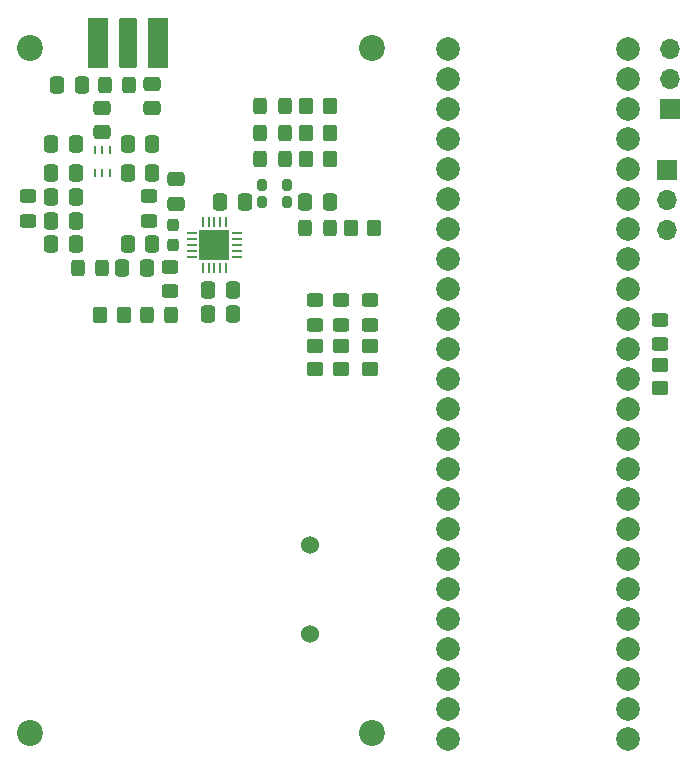
<source format=gbr>
%TF.GenerationSoftware,KiCad,Pcbnew,8.0.2-1*%
%TF.CreationDate,2024-12-19T12:34:36-05:00*%
%TF.ProjectId,low_power_module,6c6f775f-706f-4776-9572-5f6d6f64756c,rev?*%
%TF.SameCoordinates,Original*%
%TF.FileFunction,Soldermask,Top*%
%TF.FilePolarity,Negative*%
%FSLAX46Y46*%
G04 Gerber Fmt 4.6, Leading zero omitted, Abs format (unit mm)*
G04 Created by KiCad (PCBNEW 8.0.2-1) date 2024-12-19 12:34:36*
%MOMM*%
%LPD*%
G01*
G04 APERTURE LIST*
G04 Aperture macros list*
%AMRoundRect*
0 Rectangle with rounded corners*
0 $1 Rounding radius*
0 $2 $3 $4 $5 $6 $7 $8 $9 X,Y pos of 4 corners*
0 Add a 4 corners polygon primitive as box body*
4,1,4,$2,$3,$4,$5,$6,$7,$8,$9,$2,$3,0*
0 Add four circle primitives for the rounded corners*
1,1,$1+$1,$2,$3*
1,1,$1+$1,$4,$5*
1,1,$1+$1,$6,$7*
1,1,$1+$1,$8,$9*
0 Add four rect primitives between the rounded corners*
20,1,$1+$1,$2,$3,$4,$5,0*
20,1,$1+$1,$4,$5,$6,$7,0*
20,1,$1+$1,$6,$7,$8,$9,0*
20,1,$1+$1,$8,$9,$2,$3,0*%
G04 Aperture macros list end*
%ADD10C,2.200000*%
%ADD11RoundRect,0.250000X0.337500X0.475000X-0.337500X0.475000X-0.337500X-0.475000X0.337500X-0.475000X0*%
%ADD12C,1.524000*%
%ADD13RoundRect,0.062500X0.062500X-0.262500X0.062500X0.262500X-0.062500X0.262500X-0.062500X-0.262500X0*%
%ADD14RoundRect,0.250000X0.450000X-0.325000X0.450000X0.325000X-0.450000X0.325000X-0.450000X-0.325000X0*%
%ADD15RoundRect,0.250000X-0.350000X-0.450000X0.350000X-0.450000X0.350000X0.450000X-0.350000X0.450000X0*%
%ADD16RoundRect,0.250000X-0.325000X-0.450000X0.325000X-0.450000X0.325000X0.450000X-0.325000X0.450000X0*%
%ADD17RoundRect,0.250000X-0.337500X-0.475000X0.337500X-0.475000X0.337500X0.475000X-0.337500X0.475000X0*%
%ADD18RoundRect,0.062500X-0.362500X-0.062500X0.362500X-0.062500X0.362500X0.062500X-0.362500X0.062500X0*%
%ADD19RoundRect,0.062500X-0.062500X-0.362500X0.062500X-0.362500X0.062500X0.362500X-0.062500X0.362500X0*%
%ADD20R,2.600000X2.600000*%
%ADD21RoundRect,0.250000X0.325000X0.450000X-0.325000X0.450000X-0.325000X-0.450000X0.325000X-0.450000X0*%
%ADD22RoundRect,0.250000X-0.450000X0.350000X-0.450000X-0.350000X0.450000X-0.350000X0.450000X0.350000X0*%
%ADD23R,1.700000X1.700000*%
%ADD24O,1.700000X1.700000*%
%ADD25C,2.000000*%
%ADD26RoundRect,0.250000X-0.475000X0.337500X-0.475000X-0.337500X0.475000X-0.337500X0.475000X0.337500X0*%
%ADD27RoundRect,0.250000X-0.450000X0.325000X-0.450000X-0.325000X0.450000X-0.325000X0.450000X0.325000X0*%
%ADD28RoundRect,0.250000X0.475000X-0.337500X0.475000X0.337500X-0.475000X0.337500X-0.475000X-0.337500X0*%
%ADD29RoundRect,0.237500X0.237500X-0.287500X0.237500X0.287500X-0.237500X0.287500X-0.237500X-0.287500X0*%
%ADD30RoundRect,0.200000X0.200000X0.300000X-0.200000X0.300000X-0.200000X-0.300000X0.200000X-0.300000X0*%
%ADD31RoundRect,0.101600X-0.635000X-2.032000X0.635000X-2.032000X0.635000X2.032000X-0.635000X2.032000X0*%
%ADD32RoundRect,0.101600X-0.762000X-2.032000X0.762000X-2.032000X0.762000X2.032000X-0.762000X2.032000X0*%
%ADD33RoundRect,0.250000X0.350000X0.450000X-0.350000X0.450000X-0.350000X-0.450000X0.350000X-0.450000X0*%
G04 APERTURE END LIST*
D10*
%TO.C,H3*%
X111300000Y-126150000D03*
%TD*%
D11*
%TO.C,CM2*%
X115700000Y-71250000D03*
X113625000Y-71250000D03*
%TD*%
D12*
%TO.C,BZ1*%
X135000000Y-117750000D03*
X135000000Y-110250000D03*
%TD*%
D13*
%TO.C,RFS1*%
X116800000Y-78750000D03*
X117450000Y-78750000D03*
X118100000Y-78750000D03*
X118100000Y-76750000D03*
X117450000Y-76750000D03*
X116800000Y-76750000D03*
%TD*%
D10*
%TO.C,H2*%
X140300000Y-68150000D03*
%TD*%
D11*
%TO.C,CB2*%
X121700000Y-78750000D03*
X119625000Y-78750000D03*
%TD*%
D14*
%TO.C,LM1*%
X111200000Y-82750000D03*
X111200000Y-80700000D03*
%TD*%
D15*
%TO.C,R8*%
X134700000Y-77550000D03*
X136700000Y-77550000D03*
%TD*%
D16*
%TO.C,CS1*%
X134650000Y-83350000D03*
X136700000Y-83350000D03*
%TD*%
D15*
%TO.C,R3*%
X138500000Y-83350000D03*
X140500000Y-83350000D03*
%TD*%
D17*
%TO.C,CM4*%
X113125000Y-84750000D03*
X115200000Y-84750000D03*
%TD*%
D18*
%TO.C,U1*%
X125025000Y-83825000D03*
X125025000Y-84325000D03*
X125025000Y-84825000D03*
X125025000Y-85325000D03*
X125025000Y-85825000D03*
D19*
X125950000Y-86750000D03*
X126450000Y-86750000D03*
X126950000Y-86750000D03*
X127450000Y-86750000D03*
X127950000Y-86750000D03*
D18*
X128875000Y-85825000D03*
X128875000Y-85325000D03*
X128875000Y-84825000D03*
X128875000Y-84325000D03*
X128875000Y-83825000D03*
D19*
X127950000Y-82900000D03*
X127450000Y-82900000D03*
X126950000Y-82900000D03*
X126450000Y-82900000D03*
X125950000Y-82900000D03*
D20*
X126950000Y-84825000D03*
%TD*%
D21*
%TO.C,VCC1*%
X123300000Y-90750000D03*
X121250000Y-90750000D03*
%TD*%
D22*
%TO.C,R7*%
X135500000Y-93350000D03*
X135500000Y-95350000D03*
%TD*%
%TO.C,R9*%
X164700000Y-94950000D03*
X164700000Y-96950000D03*
%TD*%
D11*
%TO.C,CD1*%
X128500000Y-88650000D03*
X126425000Y-88650000D03*
%TD*%
D16*
%TO.C,GPIO3*%
X130850000Y-77550000D03*
X132900000Y-77550000D03*
%TD*%
D11*
%TO.C,CD0*%
X128500000Y-90650000D03*
X126425000Y-90650000D03*
%TD*%
D22*
%TO.C,R4*%
X140100000Y-93350000D03*
X140100000Y-95350000D03*
%TD*%
%TO.C,R2*%
X137700000Y-93350000D03*
X137700000Y-95350000D03*
%TD*%
D23*
%TO.C,J3*%
X165300000Y-78470000D03*
D24*
X165300000Y-81010000D03*
X165300000Y-83550000D03*
%TD*%
D15*
%TO.C,R5*%
X134700000Y-73050000D03*
X136700000Y-73050000D03*
%TD*%
D17*
%TO.C,CB0*%
X127425000Y-81150000D03*
X129500000Y-81150000D03*
%TD*%
D25*
%TO.C,Teensy4.1*%
X146760000Y-70750000D03*
X146760000Y-73290000D03*
X146760000Y-75830000D03*
X146760000Y-78370000D03*
X146760000Y-103770000D03*
X162000000Y-73290000D03*
X146760000Y-80910000D03*
X146760000Y-83450000D03*
X162000000Y-68210000D03*
X146760000Y-85990000D03*
X146760000Y-88530000D03*
X146760000Y-91070000D03*
X146760000Y-93610000D03*
X146760000Y-96150000D03*
X146760000Y-98690000D03*
X146760000Y-101230000D03*
X162000000Y-101230000D03*
X162000000Y-98690000D03*
X162000000Y-96150000D03*
X162000000Y-93610000D03*
X162000000Y-91070000D03*
X162000000Y-88530000D03*
X162000000Y-85990000D03*
X162000000Y-83450000D03*
X162000000Y-80910000D03*
X162000000Y-78370000D03*
X162000000Y-75830000D03*
X146760000Y-106310000D03*
X146760000Y-108850000D03*
X146760000Y-111390000D03*
X146760000Y-113930000D03*
X146760000Y-116470000D03*
X146760000Y-119010000D03*
X146760000Y-121550000D03*
X146760000Y-124090000D03*
X146760000Y-126630000D03*
X162000000Y-126630000D03*
X162000000Y-124090000D03*
X162000000Y-121550000D03*
X162000000Y-119010000D03*
X162000000Y-116470000D03*
X162000000Y-113930000D03*
X162000000Y-111390000D03*
X162000000Y-108850000D03*
X162000000Y-106310000D03*
X146760000Y-68210000D03*
X162000000Y-70750000D03*
X162000000Y-103770000D03*
%TD*%
D16*
%TO.C,GPIO2*%
X130850000Y-75350000D03*
X132900000Y-75350000D03*
%TD*%
D14*
%TO.C,LR2*%
X121450000Y-82750000D03*
X121450000Y-80700000D03*
%TD*%
D16*
%TO.C,SDN1*%
X130850000Y-73050000D03*
X132900000Y-73050000D03*
%TD*%
D26*
%TO.C,CM3*%
X121700000Y-71175000D03*
X121700000Y-73250000D03*
%TD*%
D27*
%TO.C,GPIO0*%
X135500000Y-89500000D03*
X135500000Y-91550000D03*
%TD*%
D17*
%TO.C,CD2*%
X134625000Y-81150000D03*
X136700000Y-81150000D03*
%TD*%
D10*
%TO.C,H4*%
X140300000Y-126150000D03*
%TD*%
D14*
%TO.C,LChoke1*%
X123200000Y-88750000D03*
X123200000Y-86700000D03*
%TD*%
D28*
%TO.C,CB3*%
X117450000Y-75250000D03*
X117450000Y-73175000D03*
%TD*%
D11*
%TO.C,C0*%
X121200000Y-86750000D03*
X119125000Y-86750000D03*
%TD*%
D15*
%TO.C,R1*%
X134700000Y-75350000D03*
X136700000Y-75350000D03*
%TD*%
D17*
%TO.C,C8*%
X113125000Y-76250000D03*
X115200000Y-76250000D03*
%TD*%
D29*
%TO.C,LR1*%
X123450000Y-84850000D03*
X123450000Y-83100000D03*
%TD*%
D28*
%TO.C,CR2*%
X123700000Y-81325000D03*
X123700000Y-79250000D03*
%TD*%
D16*
%TO.C,LM3*%
X117650000Y-71250000D03*
X119700000Y-71250000D03*
%TD*%
D30*
%TO.C,TCXO2*%
X133100000Y-79750000D03*
X131000000Y-79750000D03*
X131000000Y-81150000D03*
X133100000Y-81150000D03*
%TD*%
D31*
%TO.C,J1*%
X119660000Y-67750000D03*
D32*
X122200000Y-67750000D03*
X117120000Y-67750000D03*
%TD*%
D23*
%TO.C,J2*%
X165500000Y-73330000D03*
D24*
X165500000Y-70790000D03*
X165500000Y-68250000D03*
%TD*%
D33*
%TO.C,R6*%
X119275000Y-90750000D03*
X117275000Y-90750000D03*
%TD*%
D21*
%TO.C,L0*%
X117450000Y-86750000D03*
X115400000Y-86750000D03*
%TD*%
D17*
%TO.C,C9*%
X119625000Y-76250000D03*
X121700000Y-76250000D03*
%TD*%
%TO.C,CR1*%
X119625000Y-84750000D03*
X121700000Y-84750000D03*
%TD*%
%TO.C,CM5*%
X113125000Y-80750000D03*
X115200000Y-80750000D03*
%TD*%
%TO.C,CM1*%
X113125000Y-82750000D03*
X115200000Y-82750000D03*
%TD*%
D27*
%TO.C,STAT1*%
X164700000Y-91150000D03*
X164700000Y-93200000D03*
%TD*%
%TO.C,GPIO1*%
X137700000Y-89500000D03*
X137700000Y-91550000D03*
%TD*%
D10*
%TO.C,H1*%
X111300000Y-68150000D03*
%TD*%
D11*
%TO.C,CB1*%
X115200000Y-78750000D03*
X113125000Y-78750000D03*
%TD*%
D27*
%TO.C,IRQ1*%
X140100000Y-89500000D03*
X140100000Y-91550000D03*
%TD*%
M02*

</source>
